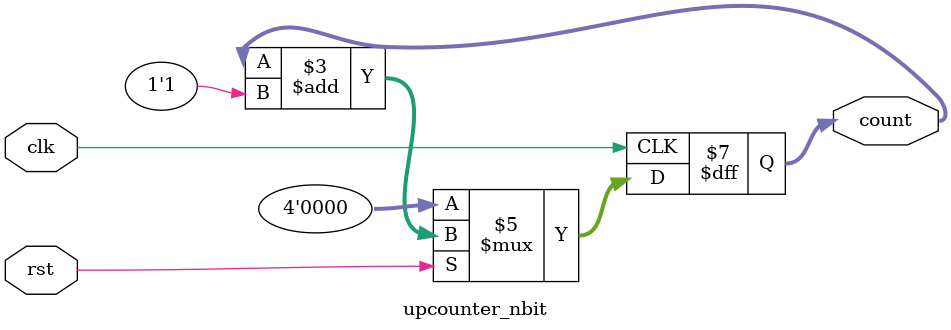
<source format=v>
module upcounter_nbit #(parameter n=4)
(	input clk,rst,
	output reg [n-1:0]count);

always @(posedge clk)
begin
	if(!rst)
		count <= {n{1'b0}};
	else 
		count <= count + 1'b1;
end

endmodule 
</source>
